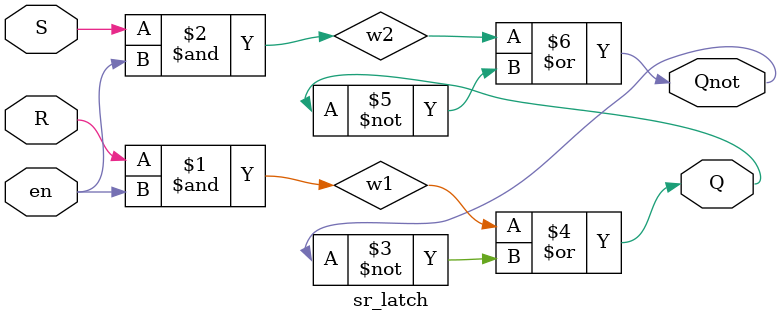
<source format=v>
module sr_latch(S, R, Q, Qnot, en);

	input S, R, en;
	output Q, Qnot;

	wire w1, w2;

	assign w1 = R & en;
	assign w2 = S & en;
    assign Q = w1 |~ Qnot;
    assign Qnot = w2 |~ Q;

endmodule

</source>
